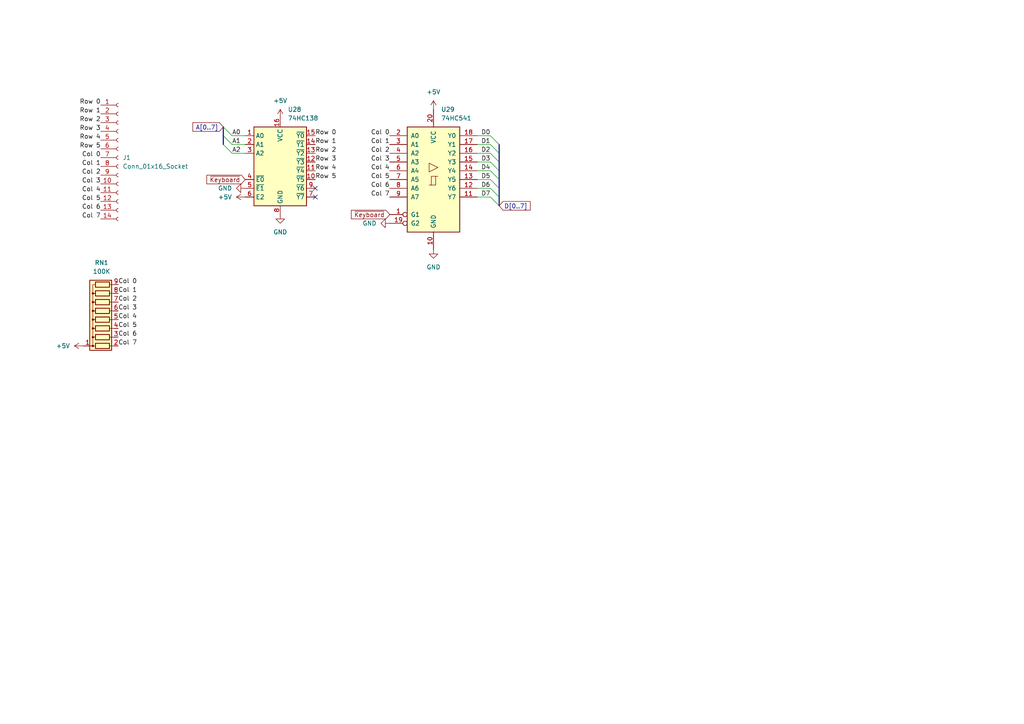
<source format=kicad_sch>
(kicad_sch (version 20231120) (generator "eeschema") (generator_version "8.0")
  (paper "A4")
  (title_block (title "ʕ·ᴥ·ʔ-i/o"))
  (lib_symbols
    (symbol "74xx:74HC138"
      (property "Reference" "U" (at -7.62 13.97 0))
      (property "Value" "74HC138" (at 2.54 -11.43 0))
      (symbol "74HC138_0_1"
        (rectangle (start -7.62 12.7) (end 7.62 -10.16) (stroke (width 0.254)) (fill (type background)))
      )
      (symbol "74HC138_1_1"
        (pin input line (at -10.16 10.16 0) (length 2.54) (name "A0") (number "1"))
        (pin output line (at 10.16 -2.54 180) (length 2.54) (name "~{Y5}") (number "10"))
        (pin output line (at 10.16 0 180) (length 2.54) (name "~{Y4}") (number "11"))
        (pin output line (at 10.16 2.54 180) (length 2.54) (name "~{Y3}") (number "12"))
        (pin output line (at 10.16 5.08 180) (length 2.54) (name "~{Y2}") (number "13"))
        (pin output line (at 10.16 7.62 180) (length 2.54) (name "~{Y1}") (number "14"))
        (pin output line (at 10.16 10.16 180) (length 2.54) (name "~{Y0}") (number "15"))
        (pin power_in line (at 0 15.24 270) (length 2.54) (name "VCC") (number "16"))
        (pin input line (at -10.16 7.62 0) (length 2.54) (name "A1") (number "2"))
        (pin input line (at -10.16 5.08 0) (length 2.54) (name "A2") (number "3"))
        (pin input line (at -10.16 -2.54 0) (length 2.54) (name "~{E0}") (number "4"))
        (pin input line (at -10.16 -5.08 0) (length 2.54) (name "~{E1}") (number "5"))
        (pin input line (at -10.16 -7.62 0) (length 2.54) (name "E2") (number "6"))
        (pin output line (at 10.16 -7.62 180) (length 2.54) (name "~{Y7}") (number "7"))
        (pin power_in line (at 0 -12.7 90) (length 2.54) (name "GND") (number "8"))
        (pin output line (at 10.16 -5.08 180) (length 2.54) (name "~{Y6}") (number "9"))
      )
    )
    (symbol "74xx:74HC541" (pin_names (offset 1.016))
      (property "Reference" "U" (at -7.62 16.51 0))
      (property "Value" "74HC541" (at -7.62 -16.51 0))
      (symbol "74HC541_1_0"
        (polyline (pts (xy -0.635 -1.6002) (xy -0.635 0.9398) (xy 0.635 0.9398)))
        (polyline (pts (xy -1.27 -1.6002) (xy 0.635 -1.6002) (xy 0.635 0.9398) (xy 1.27 0.9398)))
        (polyline (pts (xy 1.27 3.4798) (xy -1.27 4.7498) (xy -1.27 2.2098) (xy 1.27 3.4798)) (stroke (width 0.1524)))
        (pin input inverted (at -12.7 -10.16 0) (length 5.08) (name "G1") (number "1"))
        (pin power_in line (at 0 -20.32 90) (length 5.08) (name "GND") (number "10"))
        (pin tri_state line (at 12.7 -5.08 180) (length 5.08) (name "Y7") (number "11"))
        (pin tri_state line (at 12.7 -2.54 180) (length 5.08) (name "Y6") (number "12"))
        (pin tri_state line (at 12.7 0 180) (length 5.08) (name "Y5") (number "13"))
        (pin tri_state line (at 12.7 2.54 180) (length 5.08) (name "Y4") (number "14"))
        (pin tri_state line (at 12.7 5.08 180) (length 5.08) (name "Y3") (number "15"))
        (pin tri_state line (at 12.7 7.62 180) (length 5.08) (name "Y2") (number "16"))
        (pin tri_state line (at 12.7 10.16 180) (length 5.08) (name "Y1") (number "17"))
        (pin tri_state line (at 12.7 12.7 180) (length 5.08) (name "Y0") (number "18"))
        (pin input inverted (at -12.7 -12.7 0) (length 5.08) (name "G2") (number "19"))
        (pin input line (at -12.7 12.7 0) (length 5.08) (name "A0") (number "2"))
        (pin power_in line (at 0 20.32 270) (length 5.08) (name "VCC") (number "20"))
        (pin input line (at -12.7 10.16 0) (length 5.08) (name "A1") (number "3"))
        (pin input line (at -12.7 7.62 0) (length 5.08) (name "A2") (number "4"))
        (pin input line (at -12.7 5.08 0) (length 5.08) (name "A3") (number "5"))
        (pin input line (at -12.7 2.54 0) (length 5.08) (name "A4") (number "6"))
        (pin input line (at -12.7 0 0) (length 5.08) (name "A5") (number "7"))
        (pin input line (at -12.7 -2.54 0) (length 5.08) (name "A6") (number "8"))
        (pin input line (at -12.7 -5.08 0) (length 5.08) (name "A7") (number "9"))
      )
      (symbol "74HC541_1_1"
        (rectangle (start -7.62 15.24) (end 7.62 -15.24) (stroke (width 0.254)) (fill (type background)))
      )
    )
    (symbol "Connector:Conn_01x14_Socket" (pin_names (offset 1.016) hide)
      (property "Reference" "J" (at 0 17.78 0))
      (property "Value" "Conn_01x14_Socket" (at 0 -20.32 0))
      (symbol "Conn_01x14_Socket_1_1"
        (arc (start 0 -17.272) (mid -0.5058 -17.78) (end 0 -18.288) (stroke (width 0.1524)))
        (arc (start 0 -14.732) (mid -0.5058 -15.24) (end 0 -15.748) (stroke (width 0.1524)))
        (arc (start 0 -12.192) (mid -0.5058 -12.7) (end 0 -13.208) (stroke (width 0.1524)))
        (arc (start 0 -9.652) (mid -0.5058 -10.16) (end 0 -10.668) (stroke (width 0.1524)))
        (arc (start 0 -7.112) (mid -0.5058 -7.62) (end 0 -8.128) (stroke (width 0.1524)))
        (arc (start 0 -4.572) (mid -0.5058 -5.08) (end 0 -5.588) (stroke (width 0.1524)))
        (arc (start 0 -2.032) (mid -0.5058 -2.54) (end 0 -3.048) (stroke (width 0.1524)))
        (polyline (pts (xy -1.27 -17.78) (xy -0.508 -17.78)) (stroke (width 0.1524)))
        (polyline (pts (xy -1.27 -15.24) (xy -0.508 -15.24)) (stroke (width 0.1524)))
        (polyline (pts (xy -1.27 -12.7) (xy -0.508 -12.7)) (stroke (width 0.1524)))
        (polyline (pts (xy -1.27 -10.16) (xy -0.508 -10.16)) (stroke (width 0.1524)))
        (polyline (pts (xy -1.27 -7.62) (xy -0.508 -7.62)) (stroke (width 0.1524)))
        (polyline (pts (xy -1.27 -5.08) (xy -0.508 -5.08)) (stroke (width 0.1524)))
        (polyline (pts (xy -1.27 -2.54) (xy -0.508 -2.54)) (stroke (width 0.1524)))
        (polyline (pts (xy -1.27 0) (xy -0.508 0)) (stroke (width 0.1524)))
        (polyline (pts (xy -1.27 2.54) (xy -0.508 2.54)) (stroke (width 0.1524)))
        (polyline (pts (xy -1.27 5.08) (xy -0.508 5.08)) (stroke (width 0.1524)))
        (polyline (pts (xy -1.27 7.62) (xy -0.508 7.62)) (stroke (width 0.1524)))
        (polyline (pts (xy -1.27 10.16) (xy -0.508 10.16)) (stroke (width 0.1524)))
        (polyline (pts (xy -1.27 12.7) (xy -0.508 12.7)) (stroke (width 0.1524)))
        (polyline (pts (xy -1.27 15.24) (xy -0.508 15.24)) (stroke (width 0.1524)))
        (arc (start 0 0.508) (mid -0.5058 0) (end 0 -0.508) (stroke (width 0.1524)))
        (arc (start 0 3.048) (mid -0.5058 2.54) (end 0 2.032) (stroke (width 0.1524)))
        (arc (start 0 5.588) (mid -0.5058 5.08) (end 0 4.572) (stroke (width 0.1524)))
        (arc (start 0 8.128) (mid -0.5058 7.62) (end 0 7.112) (stroke (width 0.1524)))
        (arc (start 0 10.668) (mid -0.5058 10.16) (end 0 9.652) (stroke (width 0.1524)))
        (arc (start 0 13.208) (mid -0.5058 12.7) (end 0 12.192) (stroke (width 0.1524)))
        (arc (start 0 15.748) (mid -0.5058 15.24) (end 0 14.732) (stroke (width 0.1524)))
        (pin passive line (at -5.08 15.24 0) (length 3.81) (name "Pin_1") (number "1"))
        (pin passive line (at -5.08 -7.62 0) (length 3.81) (name "Pin_10") (number "10"))
        (pin passive line (at -5.08 -10.16 0) (length 3.81) (name "Pin_11") (number "11"))
        (pin passive line (at -5.08 -12.7 0) (length 3.81) (name "Pin_12") (number "12"))
        (pin passive line (at -5.08 -15.24 0) (length 3.81) (name "Pin_13") (number "13"))
        (pin passive line (at -5.08 -17.78 0) (length 3.81) (name "Pin_14") (number "14"))
        (pin passive line (at -5.08 12.7 0) (length 3.81) (name "Pin_2") (number "2"))
        (pin passive line (at -5.08 10.16 0) (length 3.81) (name "Pin_3") (number "3"))
        (pin passive line (at -5.08 7.62 0) (length 3.81) (name "Pin_4") (number "4"))
        (pin passive line (at -5.08 5.08 0) (length 3.81) (name "Pin_5") (number "5"))
        (pin passive line (at -5.08 2.54 0) (length 3.81) (name "Pin_6") (number "6"))
        (pin passive line (at -5.08 0 0) (length 3.81) (name "Pin_7") (number "7"))
        (pin passive line (at -5.08 -2.54 0) (length 3.81) (name "Pin_8") (number "8"))
        (pin passive line (at -5.08 -5.08 0) (length 3.81) (name "Pin_9") (number "9"))
      )
    )
    (symbol "Device:R_Network08" (pin_names (offset 0) hide)
      (property "Reference" "RN" (at -12.7 0 90))
      (property "Value" "R_Network08" (at 10.16 0 90))
      (symbol "R_Network08_0_1"
        (rectangle (start -11.43 -3.175) (end 8.89 3.175) (stroke (width 0.254)) (fill (type background)))
        (rectangle (start -10.922 1.524) (end -9.398 -2.54) (stroke (width 0.254)))
        (circle (center -10.16 2.286) (radius 0.254) (fill (type outline)))
        (rectangle (start -8.382 1.524) (end -6.858 -2.54) (stroke (width 0.254)))
        (circle (center -7.62 2.286) (radius 0.254) (fill (type outline)))
        (rectangle (start -5.842 1.524) (end -4.318 -2.54) (stroke (width 0.254)))
        (circle (center -5.08 2.286) (radius 0.254) (fill (type outline)))
        (rectangle (start -3.302 1.524) (end -1.778 -2.54) (stroke (width 0.254)))
        (circle (center -2.54 2.286) (radius 0.254) (fill (type outline)))
        (rectangle (start -0.762 1.524) (end 0.762 -2.54) (stroke (width 0.254)))
        (polyline (pts (xy -10.16 -2.54) (xy -10.16 -3.81)))
        (polyline (pts (xy -7.62 -2.54) (xy -7.62 -3.81)))
        (polyline (pts (xy -5.08 -2.54) (xy -5.08 -3.81)))
        (polyline (pts (xy -2.54 -2.54) (xy -2.54 -3.81)))
        (polyline (pts (xy 0 -2.54) (xy 0 -3.81)))
        (polyline (pts (xy 2.54 -2.54) (xy 2.54 -3.81)))
        (polyline (pts (xy 5.08 -2.54) (xy 5.08 -3.81)))
        (polyline (pts (xy 7.62 -2.54) (xy 7.62 -3.81)))
        (polyline (pts (xy -10.16 1.524) (xy -10.16 2.286) (xy -7.62 2.286) (xy -7.62 1.524)))
        (polyline (pts (xy -7.62 1.524) (xy -7.62 2.286) (xy -5.08 2.286) (xy -5.08 1.524)))
        (polyline (pts (xy -5.08 1.524) (xy -5.08 2.286) (xy -2.54 2.286) (xy -2.54 1.524)))
        (polyline (pts (xy -2.54 1.524) (xy -2.54 2.286) (xy 0 2.286) (xy 0 1.524)))
        (polyline (pts (xy 0 1.524) (xy 0 2.286) (xy 2.54 2.286) (xy 2.54 1.524)))
        (polyline (pts (xy 2.54 1.524) (xy 2.54 2.286) (xy 5.08 2.286) (xy 5.08 1.524)))
        (polyline (pts (xy 5.08 1.524) (xy 5.08 2.286) (xy 7.62 2.286) (xy 7.62 1.524)))
        (circle (center 0 2.286) (radius 0.254) (fill (type outline)))
        (rectangle (start 1.778 1.524) (end 3.302 -2.54) (stroke (width 0.254)))
        (circle (center 2.54 2.286) (radius 0.254) (fill (type outline)))
        (rectangle (start 4.318 1.524) (end 5.842 -2.54) (stroke (width 0.254)))
        (circle (center 5.08 2.286) (radius 0.254) (fill (type outline)))
        (rectangle (start 6.858 1.524) (end 8.382 -2.54) (stroke (width 0.254)))
      )
      (symbol "R_Network08_1_1"
        (pin passive line (at -10.16 5.08 270) (length 2.54) (name "common") (number "1"))
        (pin passive line (at -10.16 -5.08 90) (length 1.27) (name "R1") (number "2"))
        (pin passive line (at -7.62 -5.08 90) (length 1.27) (name "R2") (number "3"))
        (pin passive line (at -5.08 -5.08 90) (length 1.27) (name "R3") (number "4"))
        (pin passive line (at -2.54 -5.08 90) (length 1.27) (name "R4") (number "5"))
        (pin passive line (at 0 -5.08 90) (length 1.27) (name "R5") (number "6"))
        (pin passive line (at 2.54 -5.08 90) (length 1.27) (name "R6") (number "7"))
        (pin passive line (at 5.08 -5.08 90) (length 1.27) (name "R7") (number "8"))
        (pin passive line (at 7.62 -5.08 90) (length 1.27) (name "R8") (number "9"))
      )
    )
    (symbol "power:+5V" (power) (pin_names (offset 0))
      (property "Value" "+5V" (at 0 3.556 0))
      (symbol "+5V_0_1"
        (polyline (pts (xy -0.762 1.27) (xy 0 2.54)))
        (polyline (pts (xy 0 0) (xy 0 2.54)))
        (polyline (pts (xy 0 2.54) (xy 0.762 1.27)))
      )
      (symbol "+5V_1_1"
        (pin power_in line (at 0 0 90) (length 0) hide (name "+5V") (number "1"))
      )
    )
    (symbol "power:GND" (power) (pin_names (offset 0))
      (property "Value" "GND" (at 0 -3.81 0))
      (symbol "GND_0_1"
        (polyline (pts (xy 0 0) (xy 0 -1.27) (xy 1.27 -1.27) (xy 0 -2.54) (xy -1.27 -1.27) (xy 0 -1.27)))
      )
      (symbol "GND_1_1"
        (pin power_in line (at 0 0 270) (length 0) hide (name "GND") (number "1"))
      )
    )
  )
  (no_connect (at 91.44 57.15))
  (no_connect (at 91.44 54.61))
  (bus_entry (at 64.77 36.83) (size 2.54 2.54))
  (bus_entry (at 64.77 41.91) (size 2.54 2.54))
  (bus_entry (at 142.24 39.37) (size 2.54 2.54))
  (bus_entry (at 142.24 52.07) (size 2.54 2.54))
  (bus_entry (at 142.24 54.61) (size 2.54 2.54))
  (bus_entry (at 142.24 46.99) (size 2.54 2.54))
  (bus_entry (at 142.24 44.45) (size 2.54 2.54))
  (bus_entry (at 64.77 39.37) (size 2.54 2.54))
  (bus_entry (at 142.24 57.15) (size 2.54 2.54))
  (bus_entry (at 142.24 41.91) (size 2.54 2.54))
  (bus_entry (at 142.24 49.53) (size 2.54 2.54))
  (wire (pts (xy 138.43 49.53) (xy 142.24 49.53)))
  (bus (pts (xy 144.78 52.07) (xy 144.78 54.61)))
  (wire (pts (xy 138.43 46.99) (xy 142.24 46.99)))
  (bus (pts (xy 144.78 57.15) (xy 144.78 59.69)))
  (bus (pts (xy 144.78 41.91) (xy 144.78 44.45)))
  (bus (pts (xy 64.77 36.83) (xy 64.77 39.37)))
  (wire (pts (xy 138.43 54.61) (xy 142.24 54.61)))
  (wire (pts (xy 138.43 52.07) (xy 142.24 52.07)))
  (bus (pts (xy 144.78 54.61) (xy 144.78 57.15)))
  (wire (pts (xy 138.43 57.15) (xy 142.24 57.15)))
  (bus (pts (xy 144.78 49.53) (xy 144.78 52.07)))
  (wire (pts (xy 67.31 39.37) (xy 71.12 39.37)))
  (bus (pts (xy 144.78 46.99) (xy 144.78 49.53)))
  (wire (pts (xy 138.43 44.45) (xy 142.24 44.45)))
  (wire (pts (xy 138.43 39.37) (xy 142.24 39.37)))
  (bus (pts (xy 144.78 44.45) (xy 144.78 46.99)))
  (wire (pts (xy 67.31 41.91) (xy 71.12 41.91)))
  (wire (pts (xy 67.31 44.45) (xy 71.12 44.45)))
  (wire (pts (xy 138.43 41.91) (xy 142.24 41.91)))
  (bus (pts (xy 64.77 39.37) (xy 64.77 41.91)))
  (label "D6" (at 142.24 54.61 180))
  (label "D7" (at 142.24 57.15 180))
  (label "D1" (at 142.24 41.91 180))
  (label "Col 4" (at 29.21 55.88 180))
  (label "Col 0" (at 113.03 39.37 180))
  (label "Col 3" (at 34.29 90.17 0))
  (label "Col 4" (at 113.03 49.53 180))
  (label "Col 6" (at 113.03 54.61 180))
  (label "Col 5" (at 29.21 58.42 180))
  (label "Row 4" (at 91.44 49.53 0))
  (label "Col 5" (at 34.29 95.25 0))
  (label "Row 1" (at 91.44 41.91 0))
  (label "A2" (at 67.31 44.45 0))
  (label "Col 2" (at 34.29 87.63 0))
  (label "Col 0" (at 29.21 45.72 180))
  (label "D4" (at 142.24 49.53 180))
  (label "D3" (at 142.24 46.99 180))
  (label "D2" (at 142.24 44.45 180))
  (label "Col 7" (at 34.29 100.33 0))
  (label "Row 1" (at 29.21 33.02 180))
  (label "Col 0" (at 34.29 82.55 0))
  (label "Row 2" (at 91.44 44.45 0))
  (label "Col 4" (at 34.29 92.71 0))
  (label "D5" (at 142.24 52.07 180))
  (label "Row 3" (at 91.44 46.99 0))
  (label "Row 5" (at 29.21 43.18 180))
  (label "Col 6" (at 34.29 97.79 0))
  (label "D0" (at 142.24 39.37 180))
  (label "Row 2" (at 29.21 35.56 180))
  (label "Col 3" (at 113.03 46.99 180))
  (label "Row 3" (at 29.21 38.1 180))
  (label "Col 5" (at 113.03 52.07 180))
  (label "Col 6" (at 29.21 60.96 180))
  (label "Row 5" (at 91.44 52.07 0))
  (label "Col 1" (at 34.29 85.09 0))
  (label "Row 4" (at 29.21 40.64 180))
  (label "Row 0" (at 91.44 39.37 0))
  (label "A0" (at 67.31 39.37 0))
  (label "Col 3" (at 29.21 53.34 180))
  (label "A1" (at 67.31 41.91 0))
  (label "Col 7" (at 113.03 57.15 180))
  (label "Row 0" (at 29.21 30.48 180))
  (label "Col 2" (at 113.03 44.45 180))
  (label "Col 1" (at 113.03 41.91 180))
  (label "Col 2" (at 29.21 50.8 180))
  (label "Col 7" (at 29.21 63.5 180))
  (label "Col 1" (at 29.21 48.26 180))
  (global_label "A[0..7]" (shape input) (at 64.77 36.83 180) (property "Intersheetrefs" "${INTERSHEET_REFS}" (effects (hide yes))))
  (global_label "D[0..7]" (shape input) (at 144.78 59.69 0) (property "Intersheetrefs" "${INTERSHEET_REFS}" (effects (hide yes))))
  (global_label "~{Keyboard}" (shape input) (at 113.03 62.23 180) (property "Intersheetrefs" "${INTERSHEET_REFS}" (effects (hide yes))))
  (global_label "~{Keyboard}" (shape input) (at 71.12 52.07 180) (property "Intersheetrefs" "${INTERSHEET_REFS}" (effects (hide yes))))
  (symbol (lib_id "power:GND") (at 113.03 64.77 270) (unit 1)
    (property "Reference" "#PWR069" (effects (hide yes)))
    (property "Value" "GND" (at 109.22 64.77 90) (effects (justify right)))
  )
  (symbol (lib_id "power:GND") (at 125.73 72.39 0) (unit 1)
    (property "Reference" "#PWR068" (effects (hide yes)))
    (property "Value" "GND" (at 125.73 77.47 0))
  )
  (symbol (lib_id "74xx:74HC541") (at 125.73 52.07 0) (unit 1)
    (property "Reference" "U29" (at 127.9241 31.75 0) (effects (justify left)))
    (property "Value" "74HC541" (at 127.9241 34.29 0) (effects (justify left)))
    (property "Footprint" "Package_DIP:DIP-20_W7.62mm_Socket" (effects (hide yes)))
    (property "Datasheet" "http://www.ti.com/lit/gpn/sn74LS541" (effects (hide yes)))
  )
  (symbol (lib_id "Device:R_Network08") (at 29.21 90.17 90) (unit 1)
    (property "Reference" "RN1" (at 29.464 76.2 90))
    (property "Value" "100K" (at 29.464 78.74 90))
    (property "Footprint" "Resistor_THT:R_Array_SIP9" (effects (hide yes)))
    (property "Datasheet" "http://www.vishay.com/docs/31509/csc.pdf" (effects (hide yes)))
  )
  (symbol (lib_id "Connector:Conn_01x14_Socket") (at 34.29 45.72 0) (unit 1)
    (property "Reference" "J1" (at 35.56 45.72 0) (effects (justify left)))
    (property "Value" "Conn_01x16_Socket" (at 35.56 48.26 0) (effects (justify left)))
    (property "Footprint" "Connector_PinSocket_2.54mm:PinSocket_1x16_P2.54mm_Vertical" (effects (hide yes)))
  )
  (symbol (lib_id "74xx:74HC138") (at 81.28 49.53 0) (unit 1)
    (property "Reference" "U28" (at 83.4741 31.75 0) (effects (justify left)))
    (property "Value" "74HC138" (at 83.4741 34.29 0) (effects (justify left)))
    (property "Footprint" "Package_DIP:DIP-16_W7.62mm_Socket" (effects (hide yes)))
    (property "Datasheet" "http://www.ti.com/lit/ds/symlink/cd74hc238.pdf" (effects (hide yes)))
  )
  (symbol (lib_id "power:+5V") (at 71.12 57.15 90) (unit 1)
    (property "Reference" "#PWR064" (effects (hide yes)))
    (property "Value" "+5V" (at 67.31 57.15 90) (effects (justify left)))
  )
  (symbol (lib_id "power:+5V") (at 81.28 34.29 0) (unit 1)
    (property "Reference" "#PWR066" (effects (hide yes)))
    (property "Value" "+5V" (at 81.28 29.21 0))
  )
  (symbol (lib_id "power:+5V") (at 24.13 100.33 90) (unit 1)
    (property "Reference" "#PWR058" (effects (hide yes)))
    (property "Value" "+5V" (at 20.32 100.33 90) (effects (justify left)))
  )
  (symbol (lib_id "power:+5V") (at 125.73 31.75 0) (unit 1)
    (property "Reference" "#PWR067" (effects (hide yes)))
    (property "Value" "+5V" (at 125.73 26.67 0))
  )
  (symbol (lib_id "power:GND") (at 71.12 54.61 270) (unit 1)
    (property "Reference" "#PWR063" (effects (hide yes)))
    (property "Value" "GND" (at 67.31 54.61 90) (effects (justify right)))
  )
  (symbol (lib_id "power:GND") (at 81.28 62.23 0) (unit 1)
    (property "Reference" "#PWR065" (effects (hide yes)))
    (property "Value" "GND" (at 81.28 67.31 0))
  )
)
</source>
